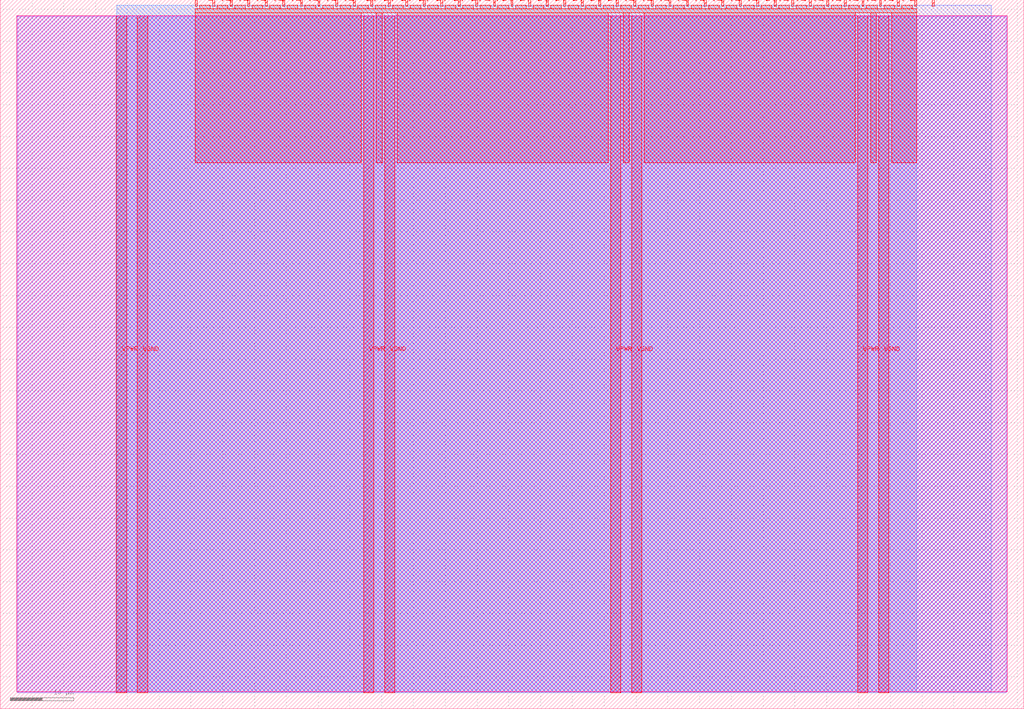
<source format=lef>
VERSION 5.7 ;
  NOWIREEXTENSIONATPIN ON ;
  DIVIDERCHAR "/" ;
  BUSBITCHARS "[]" ;
MACRO tt_um_project
  CLASS BLOCK ;
  FOREIGN tt_um_project ;
  ORIGIN 0.000 0.000 ;
  SIZE 161.000 BY 111.520 ;
  PIN VGND
    DIRECTION INOUT ;
    USE GROUND ;
    PORT
      LAYER met4 ;
        RECT 21.580 2.480 23.180 109.040 ;
    END
    PORT
      LAYER met4 ;
        RECT 60.450 2.480 62.050 109.040 ;
    END
    PORT
      LAYER met4 ;
        RECT 99.320 2.480 100.920 109.040 ;
    END
    PORT
      LAYER met4 ;
        RECT 138.190 2.480 139.790 109.040 ;
    END
  END VGND
  PIN VPWR
    DIRECTION INOUT ;
    USE POWER ;
    PORT
      LAYER met4 ;
        RECT 18.280 2.480 19.880 109.040 ;
    END
    PORT
      LAYER met4 ;
        RECT 57.150 2.480 58.750 109.040 ;
    END
    PORT
      LAYER met4 ;
        RECT 96.020 2.480 97.620 109.040 ;
    END
    PORT
      LAYER met4 ;
        RECT 134.890 2.480 136.490 109.040 ;
    END
  END VPWR
  PIN clk
    DIRECTION INPUT ;
    USE SIGNAL ;
    ANTENNAGATEAREA 0.852000 ;
    PORT
      LAYER met4 ;
        RECT 143.830 110.520 144.130 111.520 ;
    END
  END clk
  PIN ena
    DIRECTION INPUT ;
    USE SIGNAL ;
    PORT
      LAYER met4 ;
        RECT 146.590 110.520 146.890 111.520 ;
    END
  END ena
  PIN rst_n
    DIRECTION INPUT ;
    USE SIGNAL ;
    ANTENNAGATEAREA 0.196500 ;
    PORT
      LAYER met4 ;
        RECT 141.070 110.520 141.370 111.520 ;
    END
  END rst_n
  PIN ui_in[0]
    DIRECTION INPUT ;
    USE SIGNAL ;
    ANTENNAGATEAREA 0.213000 ;
    PORT
      LAYER met4 ;
        RECT 138.310 110.520 138.610 111.520 ;
    END
  END ui_in[0]
  PIN ui_in[1]
    DIRECTION INPUT ;
    USE SIGNAL ;
    ANTENNAGATEAREA 0.196500 ;
    PORT
      LAYER met4 ;
        RECT 135.550 110.520 135.850 111.520 ;
    END
  END ui_in[1]
  PIN ui_in[2]
    DIRECTION INPUT ;
    USE SIGNAL ;
    ANTENNAGATEAREA 0.126000 ;
    PORT
      LAYER met4 ;
        RECT 132.790 110.520 133.090 111.520 ;
    END
  END ui_in[2]
  PIN ui_in[3]
    DIRECTION INPUT ;
    USE SIGNAL ;
    ANTENNAGATEAREA 0.196500 ;
    PORT
      LAYER met4 ;
        RECT 130.030 110.520 130.330 111.520 ;
    END
  END ui_in[3]
  PIN ui_in[4]
    DIRECTION INPUT ;
    USE SIGNAL ;
    ANTENNAGATEAREA 0.196500 ;
    PORT
      LAYER met4 ;
        RECT 127.270 110.520 127.570 111.520 ;
    END
  END ui_in[4]
  PIN ui_in[5]
    DIRECTION INPUT ;
    USE SIGNAL ;
    ANTENNAGATEAREA 0.196500 ;
    PORT
      LAYER met4 ;
        RECT 124.510 110.520 124.810 111.520 ;
    END
  END ui_in[5]
  PIN ui_in[6]
    DIRECTION INPUT ;
    USE SIGNAL ;
    ANTENNAGATEAREA 0.126000 ;
    PORT
      LAYER met4 ;
        RECT 121.750 110.520 122.050 111.520 ;
    END
  END ui_in[6]
  PIN ui_in[7]
    DIRECTION INPUT ;
    USE SIGNAL ;
    ANTENNAGATEAREA 0.196500 ;
    PORT
      LAYER met4 ;
        RECT 118.990 110.520 119.290 111.520 ;
    END
  END ui_in[7]
  PIN uio_in[0]
    DIRECTION INPUT ;
    USE SIGNAL ;
    PORT
      LAYER met4 ;
        RECT 116.230 110.520 116.530 111.520 ;
    END
  END uio_in[0]
  PIN uio_in[1]
    DIRECTION INPUT ;
    USE SIGNAL ;
    PORT
      LAYER met4 ;
        RECT 113.470 110.520 113.770 111.520 ;
    END
  END uio_in[1]
  PIN uio_in[2]
    DIRECTION INPUT ;
    USE SIGNAL ;
    PORT
      LAYER met4 ;
        RECT 110.710 110.520 111.010 111.520 ;
    END
  END uio_in[2]
  PIN uio_in[3]
    DIRECTION INPUT ;
    USE SIGNAL ;
    PORT
      LAYER met4 ;
        RECT 107.950 110.520 108.250 111.520 ;
    END
  END uio_in[3]
  PIN uio_in[4]
    DIRECTION INPUT ;
    USE SIGNAL ;
    PORT
      LAYER met4 ;
        RECT 105.190 110.520 105.490 111.520 ;
    END
  END uio_in[4]
  PIN uio_in[5]
    DIRECTION INPUT ;
    USE SIGNAL ;
    PORT
      LAYER met4 ;
        RECT 102.430 110.520 102.730 111.520 ;
    END
  END uio_in[5]
  PIN uio_in[6]
    DIRECTION INPUT ;
    USE SIGNAL ;
    PORT
      LAYER met4 ;
        RECT 99.670 110.520 99.970 111.520 ;
    END
  END uio_in[6]
  PIN uio_in[7]
    DIRECTION INPUT ;
    USE SIGNAL ;
    PORT
      LAYER met4 ;
        RECT 96.910 110.520 97.210 111.520 ;
    END
  END uio_in[7]
  PIN uio_oe[0]
    DIRECTION OUTPUT ;
    USE SIGNAL ;
    PORT
      LAYER met4 ;
        RECT 49.990 110.520 50.290 111.520 ;
    END
  END uio_oe[0]
  PIN uio_oe[1]
    DIRECTION OUTPUT ;
    USE SIGNAL ;
    PORT
      LAYER met4 ;
        RECT 47.230 110.520 47.530 111.520 ;
    END
  END uio_oe[1]
  PIN uio_oe[2]
    DIRECTION OUTPUT ;
    USE SIGNAL ;
    PORT
      LAYER met4 ;
        RECT 44.470 110.520 44.770 111.520 ;
    END
  END uio_oe[2]
  PIN uio_oe[3]
    DIRECTION OUTPUT ;
    USE SIGNAL ;
    PORT
      LAYER met4 ;
        RECT 41.710 110.520 42.010 111.520 ;
    END
  END uio_oe[3]
  PIN uio_oe[4]
    DIRECTION OUTPUT ;
    USE SIGNAL ;
    PORT
      LAYER met4 ;
        RECT 38.950 110.520 39.250 111.520 ;
    END
  END uio_oe[4]
  PIN uio_oe[5]
    DIRECTION OUTPUT ;
    USE SIGNAL ;
    PORT
      LAYER met4 ;
        RECT 36.190 110.520 36.490 111.520 ;
    END
  END uio_oe[5]
  PIN uio_oe[6]
    DIRECTION OUTPUT ;
    USE SIGNAL ;
    PORT
      LAYER met4 ;
        RECT 33.430 110.520 33.730 111.520 ;
    END
  END uio_oe[6]
  PIN uio_oe[7]
    DIRECTION OUTPUT ;
    USE SIGNAL ;
    PORT
      LAYER met4 ;
        RECT 30.670 110.520 30.970 111.520 ;
    END
  END uio_oe[7]
  PIN uio_out[0]
    DIRECTION OUTPUT ;
    USE SIGNAL ;
    PORT
      LAYER met4 ;
        RECT 72.070 110.520 72.370 111.520 ;
    END
  END uio_out[0]
  PIN uio_out[1]
    DIRECTION OUTPUT ;
    USE SIGNAL ;
    PORT
      LAYER met4 ;
        RECT 69.310 110.520 69.610 111.520 ;
    END
  END uio_out[1]
  PIN uio_out[2]
    DIRECTION OUTPUT ;
    USE SIGNAL ;
    PORT
      LAYER met4 ;
        RECT 66.550 110.520 66.850 111.520 ;
    END
  END uio_out[2]
  PIN uio_out[3]
    DIRECTION OUTPUT ;
    USE SIGNAL ;
    PORT
      LAYER met4 ;
        RECT 63.790 110.520 64.090 111.520 ;
    END
  END uio_out[3]
  PIN uio_out[4]
    DIRECTION OUTPUT ;
    USE SIGNAL ;
    PORT
      LAYER met4 ;
        RECT 61.030 110.520 61.330 111.520 ;
    END
  END uio_out[4]
  PIN uio_out[5]
    DIRECTION OUTPUT ;
    USE SIGNAL ;
    PORT
      LAYER met4 ;
        RECT 58.270 110.520 58.570 111.520 ;
    END
  END uio_out[5]
  PIN uio_out[6]
    DIRECTION OUTPUT ;
    USE SIGNAL ;
    PORT
      LAYER met4 ;
        RECT 55.510 110.520 55.810 111.520 ;
    END
  END uio_out[6]
  PIN uio_out[7]
    DIRECTION OUTPUT ;
    USE SIGNAL ;
    PORT
      LAYER met4 ;
        RECT 52.750 110.520 53.050 111.520 ;
    END
  END uio_out[7]
  PIN uo_out[0]
    DIRECTION OUTPUT ;
    USE SIGNAL ;
    ANTENNADIFFAREA 0.445500 ;
    PORT
      LAYER met4 ;
        RECT 94.150 110.520 94.450 111.520 ;
    END
  END uo_out[0]
  PIN uo_out[1]
    DIRECTION OUTPUT ;
    USE SIGNAL ;
    ANTENNADIFFAREA 0.445500 ;
    PORT
      LAYER met4 ;
        RECT 91.390 110.520 91.690 111.520 ;
    END
  END uo_out[1]
  PIN uo_out[2]
    DIRECTION OUTPUT ;
    USE SIGNAL ;
    ANTENNADIFFAREA 0.445500 ;
    PORT
      LAYER met4 ;
        RECT 88.630 110.520 88.930 111.520 ;
    END
  END uo_out[2]
  PIN uo_out[3]
    DIRECTION OUTPUT ;
    USE SIGNAL ;
    ANTENNADIFFAREA 0.445500 ;
    PORT
      LAYER met4 ;
        RECT 85.870 110.520 86.170 111.520 ;
    END
  END uo_out[3]
  PIN uo_out[4]
    DIRECTION OUTPUT ;
    USE SIGNAL ;
    ANTENNADIFFAREA 0.445500 ;
    PORT
      LAYER met4 ;
        RECT 83.110 110.520 83.410 111.520 ;
    END
  END uo_out[4]
  PIN uo_out[5]
    DIRECTION OUTPUT ;
    USE SIGNAL ;
    ANTENNADIFFAREA 0.445500 ;
    PORT
      LAYER met4 ;
        RECT 80.350 110.520 80.650 111.520 ;
    END
  END uo_out[5]
  PIN uo_out[6]
    DIRECTION OUTPUT ;
    USE SIGNAL ;
    ANTENNADIFFAREA 0.445500 ;
    PORT
      LAYER met4 ;
        RECT 77.590 110.520 77.890 111.520 ;
    END
  END uo_out[6]
  PIN uo_out[7]
    DIRECTION OUTPUT ;
    USE SIGNAL ;
    ANTENNADIFFAREA 0.445500 ;
    PORT
      LAYER met4 ;
        RECT 74.830 110.520 75.130 111.520 ;
    END
  END uo_out[7]
  OBS
      LAYER nwell ;
        RECT 2.570 2.635 158.430 108.990 ;
      LAYER li1 ;
        RECT 2.760 2.635 158.240 108.885 ;
      LAYER met1 ;
        RECT 2.760 2.480 158.240 109.040 ;
      LAYER met2 ;
        RECT 18.310 2.535 155.840 110.685 ;
      LAYER met3 ;
        RECT 18.290 2.555 144.170 110.665 ;
      LAYER met4 ;
        RECT 31.370 110.120 33.030 110.665 ;
        RECT 34.130 110.120 35.790 110.665 ;
        RECT 36.890 110.120 38.550 110.665 ;
        RECT 39.650 110.120 41.310 110.665 ;
        RECT 42.410 110.120 44.070 110.665 ;
        RECT 45.170 110.120 46.830 110.665 ;
        RECT 47.930 110.120 49.590 110.665 ;
        RECT 50.690 110.120 52.350 110.665 ;
        RECT 53.450 110.120 55.110 110.665 ;
        RECT 56.210 110.120 57.870 110.665 ;
        RECT 58.970 110.120 60.630 110.665 ;
        RECT 61.730 110.120 63.390 110.665 ;
        RECT 64.490 110.120 66.150 110.665 ;
        RECT 67.250 110.120 68.910 110.665 ;
        RECT 70.010 110.120 71.670 110.665 ;
        RECT 72.770 110.120 74.430 110.665 ;
        RECT 75.530 110.120 77.190 110.665 ;
        RECT 78.290 110.120 79.950 110.665 ;
        RECT 81.050 110.120 82.710 110.665 ;
        RECT 83.810 110.120 85.470 110.665 ;
        RECT 86.570 110.120 88.230 110.665 ;
        RECT 89.330 110.120 90.990 110.665 ;
        RECT 92.090 110.120 93.750 110.665 ;
        RECT 94.850 110.120 96.510 110.665 ;
        RECT 97.610 110.120 99.270 110.665 ;
        RECT 100.370 110.120 102.030 110.665 ;
        RECT 103.130 110.120 104.790 110.665 ;
        RECT 105.890 110.120 107.550 110.665 ;
        RECT 108.650 110.120 110.310 110.665 ;
        RECT 111.410 110.120 113.070 110.665 ;
        RECT 114.170 110.120 115.830 110.665 ;
        RECT 116.930 110.120 118.590 110.665 ;
        RECT 119.690 110.120 121.350 110.665 ;
        RECT 122.450 110.120 124.110 110.665 ;
        RECT 125.210 110.120 126.870 110.665 ;
        RECT 127.970 110.120 129.630 110.665 ;
        RECT 130.730 110.120 132.390 110.665 ;
        RECT 133.490 110.120 135.150 110.665 ;
        RECT 136.250 110.120 137.910 110.665 ;
        RECT 139.010 110.120 140.670 110.665 ;
        RECT 141.770 110.120 143.430 110.665 ;
        RECT 30.655 109.440 144.145 110.120 ;
        RECT 30.655 85.855 56.750 109.440 ;
        RECT 59.150 85.855 60.050 109.440 ;
        RECT 62.450 85.855 95.620 109.440 ;
        RECT 98.020 85.855 98.920 109.440 ;
        RECT 101.320 85.855 134.490 109.440 ;
        RECT 136.890 85.855 137.790 109.440 ;
        RECT 140.190 85.855 144.145 109.440 ;
  END
END tt_um_project
END LIBRARY


</source>
